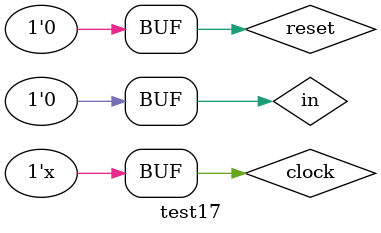
<source format=v>
module test17; 

reg clock, reset, in;
wire out;

  my_fsm U0 ( 
  .clock (clock),
  .reset (reset),
  .in    (in),
  .out  (out) 
  ); 
   
 
initial begin
  clock = 1;
  reset = 1;
  in = 0;
  $display("Starting simulation...");
  #2;
  reset = 0;
  #2;
  if (out !== 1'b0) $display("Failed 1"); 
  
  $display("Done...");
end 
  

always begin
   #1 clock = !clock;
end
   
endmodule
</source>
